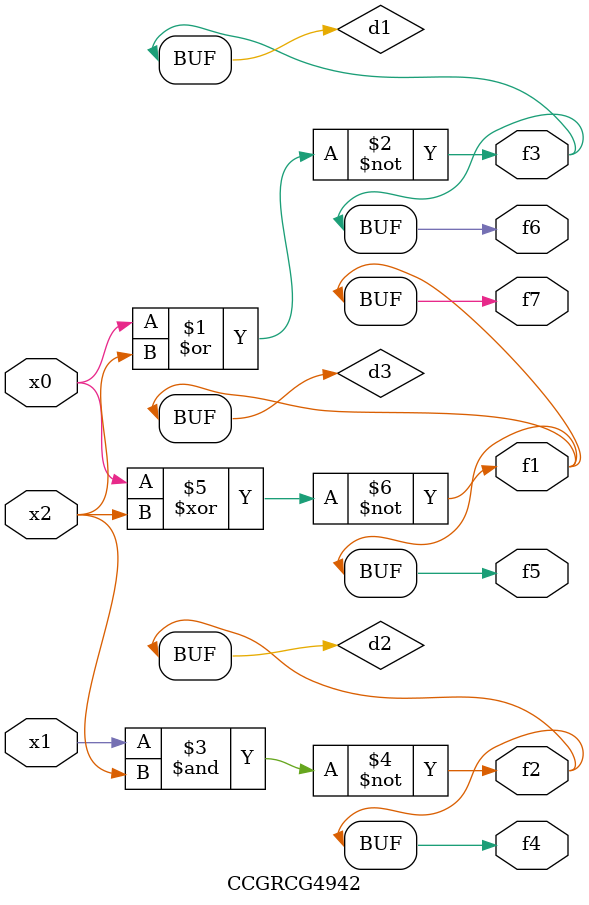
<source format=v>
module CCGRCG4942(
	input x0, x1, x2,
	output f1, f2, f3, f4, f5, f6, f7
);

	wire d1, d2, d3;

	nor (d1, x0, x2);
	nand (d2, x1, x2);
	xnor (d3, x0, x2);
	assign f1 = d3;
	assign f2 = d2;
	assign f3 = d1;
	assign f4 = d2;
	assign f5 = d3;
	assign f6 = d1;
	assign f7 = d3;
endmodule

</source>
